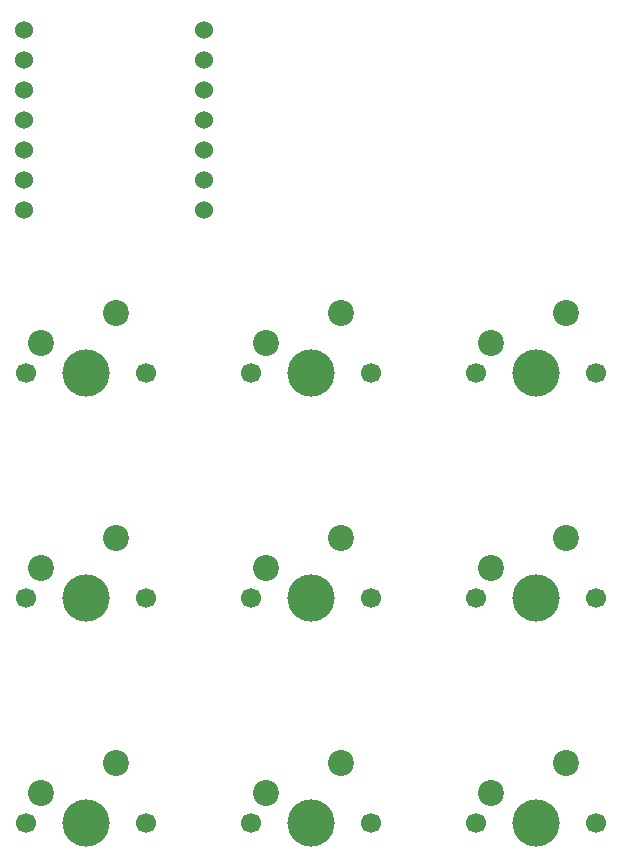
<source format=gbr>
%TF.GenerationSoftware,KiCad,Pcbnew,8.0.1+b2*%
%TF.CreationDate,2025-07-27T15:44:50+02:00*%
%TF.ProjectId,Hackpad,4861636b-7061-4642-9e6b-696361645f70,rev?*%
%TF.SameCoordinates,Original*%
%TF.FileFunction,Soldermask,Bot*%
%TF.FilePolarity,Negative*%
%FSLAX46Y46*%
G04 Gerber Fmt 4.6, Leading zero omitted, Abs format (unit mm)*
G04 Created by KiCad (PCBNEW 8.0.1+b2) date 2025-07-27 15:44:50*
%MOMM*%
%LPD*%
G01*
G04 APERTURE LIST*
%ADD10C,1.700000*%
%ADD11C,4.000000*%
%ADD12C,2.200000*%
%ADD13C,1.524000*%
G04 APERTURE END LIST*
D10*
%TO.C,SW3*%
X73501250Y-111918750D03*
D11*
X78581250Y-111918750D03*
D10*
X83661250Y-111918750D03*
D12*
X81121250Y-106838750D03*
X74771250Y-109378750D03*
%TD*%
D10*
%TO.C,SW1*%
X92551250Y-73818750D03*
D11*
X97631250Y-73818750D03*
D10*
X102711250Y-73818750D03*
D12*
X100171250Y-68738750D03*
X93821250Y-71278750D03*
%TD*%
D10*
%TO.C,SW10*%
X73501250Y-73818750D03*
D11*
X78581250Y-73818750D03*
D10*
X83661250Y-73818750D03*
D12*
X81121250Y-68738750D03*
X74771250Y-71278750D03*
%TD*%
D10*
%TO.C,SW4*%
X92551250Y-111918750D03*
D11*
X97631250Y-111918750D03*
D10*
X102711250Y-111918750D03*
D12*
X100171250Y-106838750D03*
X93821250Y-109378750D03*
%TD*%
D10*
%TO.C,SW7*%
X54451250Y-111918750D03*
D11*
X59531250Y-111918750D03*
D10*
X64611250Y-111918750D03*
D12*
X62071250Y-106838750D03*
X55721250Y-109378750D03*
%TD*%
D10*
%TO.C,SW8*%
X54451250Y-92868750D03*
D11*
X59531250Y-92868750D03*
D10*
X64611250Y-92868750D03*
D12*
X62071250Y-87788750D03*
X55721250Y-90328750D03*
%TD*%
D10*
%TO.C,SW2*%
X92551250Y-92868750D03*
D11*
X97631250Y-92868750D03*
D10*
X102711250Y-92868750D03*
D12*
X100171250Y-87788750D03*
X93821250Y-90328750D03*
%TD*%
D13*
%TO.C,U1*%
X54292500Y-44767500D03*
X54292500Y-47307500D03*
X54292500Y-49847500D03*
X54292500Y-52387500D03*
X54292500Y-54927500D03*
X54292500Y-57467500D03*
X54292500Y-60007500D03*
X69532500Y-60007500D03*
X69532500Y-57467500D03*
X69532500Y-54927500D03*
X69532500Y-52387500D03*
X69532500Y-49847500D03*
X69532500Y-47307500D03*
X69532500Y-44767500D03*
%TD*%
D10*
%TO.C,SW9*%
X54451250Y-73818750D03*
D11*
X59531250Y-73818750D03*
D10*
X64611250Y-73818750D03*
D12*
X62071250Y-68738750D03*
X55721250Y-71278750D03*
%TD*%
D10*
%TO.C,SW6*%
X73501250Y-92868750D03*
D11*
X78581250Y-92868750D03*
D10*
X83661250Y-92868750D03*
D12*
X81121250Y-87788750D03*
X74771250Y-90328750D03*
%TD*%
M02*

</source>
